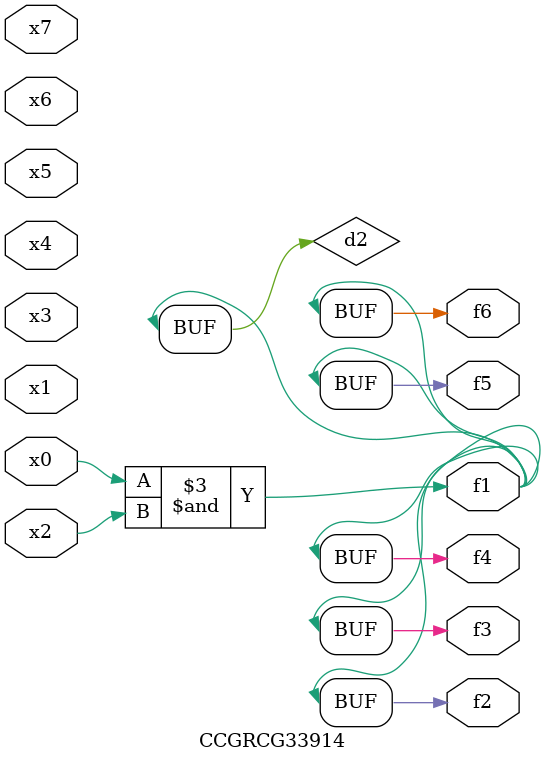
<source format=v>
module CCGRCG33914(
	input x0, x1, x2, x3, x4, x5, x6, x7,
	output f1, f2, f3, f4, f5, f6
);

	wire d1, d2;

	nor (d1, x3, x6);
	and (d2, x0, x2);
	assign f1 = d2;
	assign f2 = d2;
	assign f3 = d2;
	assign f4 = d2;
	assign f5 = d2;
	assign f6 = d2;
endmodule

</source>
